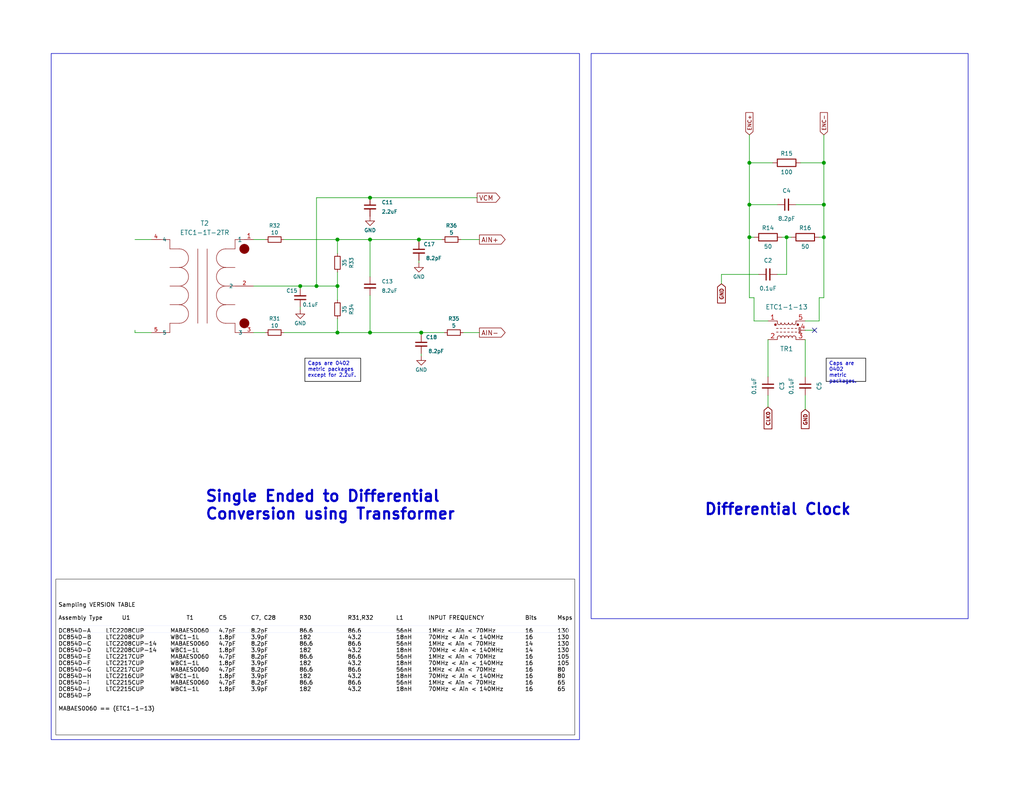
<source format=kicad_sch>
(kicad_sch (version 20231120) (generator "eeschema") (generator_version "8.0")
  (paper "USLetter")
  (title_block (title "XerxesSDR-Dual") (date "2025-04-28") (rev "0.0.1") (company "Dave Witten, KD0EAG; Tom  McDermott, N5EG; Franco Venturi, K4VZ") (comment 2 "[ A Minimalist Rework of HF-103 designed by Oskar Stella, ik1xpv ]") (comment 3 "Infineon/Cypress  FX3 DevKit and LTC2208 and Xilinx XC7-A35T ") (comment 4 "An initial work-in-progress design based on the based on the") (comment 5 "A development straw-man based on the based on the"))
  (lib_symbols
    (symbol "ClemSDR_Library:C_Small" (pin_numbers hide) (pin_names (offset 0.254) hide)
      (property "Reference" "C" (at 0.254 1.778 0))
      (property "Value" "C_Small" (at 0.254 -2.032 0))
      (symbol "C_Small_0_1"
        (polyline (pts (xy -1.524 -0.508) (xy 1.524 -0.508)) (stroke (width 0.3302)))
        (polyline (pts (xy -1.524 0.508) (xy 1.524 0.508)) (stroke (width 0.3048)))
      )
      (symbol "C_Small_1_1"
        (pin passive line (at 0 2.54 270) (length 2.032) (name "~") (number "1"))
        (pin passive line (at 0 -2.54 90) (length 2.032) (name "~") (number "2"))
      )
    )
    (symbol "ClemSDR_Library:R_Small" (pin_numbers hide) (pin_names (offset 0.254) hide)
      (property "Reference" "R" (at 0.762 0.508 0))
      (property "Value" "R_Small" (at 0.762 -1.016 0))
      (symbol "R_Small_0_1"
        (rectangle (start -0.762 1.778) (end 0.762 -1.778) (stroke (width 0.2032)))
      )
      (symbol "R_Small_1_1"
        (pin passive line (at 0 2.54 270) (length 0.762) (name "~") (number "1"))
        (pin passive line (at 0 -2.54 90) (length 0.762) (name "~") (number "2"))
      )
    )
    (symbol "Device:C_Small" (pin_numbers hide) (pin_names (offset 0.254) hide)
      (property "Reference" "C" (at 0.254 1.778 0))
      (property "Value" "C_Small" (at 0.254 -2.032 0))
      (symbol "C_Small_0_1"
        (polyline (pts (xy -1.524 -0.508) (xy 1.524 -0.508)) (stroke (width 0.3302)))
        (polyline (pts (xy -1.524 0.508) (xy 1.524 0.508)) (stroke (width 0.3048)))
      )
      (symbol "C_Small_1_1"
        (pin passive line (at 0 2.54 270) (length 2.032) (name "~") (number "1"))
        (pin passive line (at 0 -2.54 90) (length 2.032) (name "~") (number "2"))
      )
    )
    (symbol "Device:R" (pin_numbers hide) (pin_names (offset 0))
      (property "Reference" "R" (at 2.032 0 90))
      (property "Value" "R" (at 0 0 90))
      (symbol "R_0_1"
        (rectangle (start -1.016 -2.54) (end 1.016 2.54) (stroke (width 0.254)))
      )
      (symbol "R_1_1"
        (pin passive line (at 0 3.81 270) (length 1.27) (name "~") (number "1"))
        (pin passive line (at 0 -3.81 90) (length 1.27) (name "~") (number "2"))
      )
    )
    (symbol "ETC1-1T-2TR:ETC1-1T-2TR"
      (property "Reference" "T" (at 12.7 -12.7 0))
      (property "Value" "ETC1-1T-2TR" (at 6.35 -15.24 0))
      (symbol "ETC1-1T-2TR_0_1"
        (polyline (pts (xy 0 -10.16) (xy 0 -12.7)) (stroke (width 0.127)))
        (polyline (pts (xy 0 10.16) (xy 0 7.62)) (stroke (width 0.127)))
        (polyline (pts (xy 2.54 -10.16) (xy 0 -10.16)) (stroke (width 0.127)))
        (polyline (pts (xy 2.54 -7.62) (xy 2.54 -10.16)) (stroke (width 0.127)))
        (polyline (pts (xy 2.54 -2.54) (xy 22.86 -2.54)) (stroke (width 0.127)))
        (polyline (pts (xy 2.54 0) (xy 22.86 0)) (stroke (width 0.127)))
        (polyline (pts (xy 2.54 5.08) (xy 2.54 7.62)) (stroke (width 0.127)))
        (polyline (pts (xy 2.54 7.62) (xy 0 7.62)) (stroke (width 0.127)))
        (polyline (pts (xy 7.62 -7.62) (xy 7.62 -10.16)) (stroke (width 0.127)))
        (polyline (pts (xy 7.62 5.08) (xy 7.62 7.62)) (stroke (width 0.127)))
        (polyline (pts (xy 12.7 -7.62) (xy 12.7 -10.16)) (stroke (width 0.127)))
        (polyline (pts (xy 12.7 5.08) (xy 12.7 7.62)) (stroke (width 0.127)))
        (polyline (pts (xy 17.78 -7.62) (xy 17.78 -10.16)) (stroke (width 0.127)))
        (polyline (pts (xy 17.78 5.08) (xy 17.78 7.62)) (stroke (width 0.127)))
        (polyline (pts (xy 22.86 -10.16) (xy 25.4 -10.16)) (stroke (width 0.127)))
        (polyline (pts (xy 22.86 -7.62) (xy 22.86 -10.16)) (stroke (width 0.127)))
        (polyline (pts (xy 22.86 5.08) (xy 22.86 7.62)) (stroke (width 0.127)))
        (polyline (pts (xy 22.86 7.62) (xy 25.4 7.62)) (stroke (width 0.127)))
        (polyline (pts (xy 25.4 -12.7) (xy 25.4 -10.16)) (stroke (width 0.127)))
        (polyline (pts (xy 25.4 10.16) (xy 25.4 7.62)) (stroke (width 0.127)))
        (arc (start 2.54 5.08) (mid 5.08 2.551) (end 7.62 5.08) (stroke (width 0.127)))
        (arc (start 7.62 -7.62) (mid 5.08 -5.091) (end 2.54 -7.62) (stroke (width 0.127)))
        (arc (start 7.62 5.08) (mid 10.16 2.551) (end 12.7 5.08) (stroke (width 0.127)))
        (arc (start 12.7 -7.62) (mid 10.16 -5.091) (end 7.62 -7.62) (stroke (width 0.127)))
        (arc (start 12.7 5.08) (mid 15.24 2.551) (end 17.78 5.08) (stroke (width 0.127)))
        (arc (start 17.78 -7.62) (mid 15.24 -5.091) (end 12.7 -7.62) (stroke (width 0.127)))
        (arc (start 17.78 5.08) (mid 20.32 2.551) (end 22.86 5.08) (stroke (width 0.127)))
        (arc (start 22.86 -7.62) (mid 20.32 -5.091) (end 17.78 -7.62) (stroke (width 0.127)))
      )
      (symbol "ETC1-1T-2TR_1_1"
        (circle (center 2.54 10.16) (radius 1.27) (fill (type outline)))
        (circle (center 22.86 10.16) (radius 1.27) (fill (type outline)))
        (pin passive line (at 0 12.7 270) (length 2.54) (name "1") (number "1"))
        (pin passive line (at 12.7 12.7 270) (length 5.08) (name "2") (number "2"))
        (pin passive line (at 25.4 12.7 270) (length 2.54) (name "3") (number "3"))
        (pin passive line (at 0 -15.24 90) (length 2.54) (name "4") (number "4"))
        (pin passive line (at 25.4 -15.24 90) (length 2.54) (name "5") (number "5"))
      )
    )
    (symbol "Transformer:ETC1-1-13" (pin_names hide)
      (property "Reference" "TR" (at 0 3.81 0))
      (property "Value" "ETC1-1-13" (at 0 -3.81 0))
      (symbol "ETC1-1-13_0_0"
        (polyline (pts (xy 3.81 0.762) (xy 3.81 -0.762)))
        (text "Mounting" (at 3.429 0 900) (effects (font (size 0.254 0.254) (bold yes))))
      )
      (symbol "ETC1-1-13_1_1"
        (circle (center -3.048 1.524) (radius 0.254) (fill (type outline)))
        (arc (start -2.54 2.032) (mid -2.032 1.5262) (end -1.524 2.032))
        (arc (start -1.524 -2.032) (mid -2.032 -1.5262) (end -2.54 -2.032))
        (arc (start -1.524 2.032) (mid -1.016 1.5262) (end -0.508 2.032))
        (arc (start -0.508 -2.032) (mid -1.016 -1.5262) (end -1.524 -2.032))
        (arc (start -0.508 2.032) (mid 0 1.5262) (end 0.508 2.032))
        (polyline (pts (xy -2.794 -0.508) (xy -2.286 -0.508)))
        (polyline (pts (xy -2.794 0.508) (xy -2.286 0.508)))
        (polyline (pts (xy -2.54 -2.032) (xy -2.54 -2.54)))
        (polyline (pts (xy -2.54 2.032) (xy -2.54 2.54)))
        (polyline (pts (xy -1.778 -0.508) (xy -1.27 -0.508)))
        (polyline (pts (xy -1.778 0.508) (xy -1.27 0.508)))
        (polyline (pts (xy -0.762 -0.508) (xy -0.254 -0.508)))
        (polyline (pts (xy -0.762 0.508) (xy -0.254 0.508)))
        (polyline (pts (xy 0.254 -0.508) (xy 0.762 -0.508)))
        (polyline (pts (xy 0.254 0.508) (xy 0.762 0.508)))
        (polyline (pts (xy 1.27 -0.508) (xy 1.778 -0.508)))
        (polyline (pts (xy 1.27 0.508) (xy 1.778 0.508)))
        (polyline (pts (xy 2.286 -0.508) (xy 2.794 -0.508)))
        (polyline (pts (xy 2.286 0.508) (xy 2.794 0.508)))
        (polyline (pts (xy 2.54 -2.032) (xy 2.54 -2.54)))
        (polyline (pts (xy 2.54 2.54) (xy 2.54 2.032)))
        (arc (start 0.508 -2.032) (mid 0 -1.5262) (end -0.508 -2.032))
        (arc (start 0.508 2.032) (mid 1.016 1.5262) (end 1.524 2.032))
        (arc (start 1.524 -2.032) (mid 1.016 -1.5262) (end 0.508 -2.032))
        (arc (start 1.524 2.032) (mid 2.032 1.5262) (end 2.54 2.032))
        (arc (start 2.54 -2.032) (mid 2.032 -1.5262) (end 1.524 -2.032))
        (circle (center 3.048 1.524) (radius 0.254) (fill (type outline)))
        (pin passive line (at -5.08 2.54 0) (length 2.54) (name "~") (number "1"))
        (pin passive line (at -5.08 -2.54 0) (length 2.54) (name "~") (number "2"))
        (pin passive line (at 5.08 -2.54 180) (length 2.54) (name "~") (number "3"))
        (pin passive line (at 5.08 0 180) (length 1.27) (name "MP") (number "4"))
        (pin passive line (at 5.08 2.54 180) (length 2.54) (name "~") (number "5"))
      )
    )
    (symbol "power:GND" (power) (pin_names (offset 0))
      (property "Value" "GND" (at 0 -3.81 0))
      (symbol "GND_0_1"
        (polyline (pts (xy 0 0) (xy 0 -1.27) (xy 1.27 -1.27) (xy 0 -2.54) (xy -1.27 -1.27) (xy 0 -1.27)))
      )
      (symbol "GND_1_1"
        (pin power_in line (at 0 0 270) (length 0) hide (name "GND") (number "1"))
      )
    )
  )
  (junction (at 114.3 65.405))
  (junction (at 92.075 65.405))
  (junction (at 224.79 64.77))
  (junction (at 92.075 90.805))
  (junction (at 204.47 55.88))
  (junction (at 92.075 78.105))
  (junction (at 100.965 53.975))
  (junction (at 86.36 78.105))
  (junction (at 100.965 90.805))
  (junction (at 224.79 55.88))
  (junction (at 100.965 65.405))
  (junction (at 204.47 44.45))
  (junction (at 204.47 64.77))
  (junction (at 214.63 64.77))
  (junction (at 224.79 44.45))
  (junction (at 114.935 90.805))
  (junction (at 81.915 78.105))
  (no_connect (at 222.25 90.17))
  (wire (pts (xy 126.365 90.805) (xy 130.81 90.805)))
  (wire (pts (xy 77.47 65.405) (xy 92.075 65.405)))
  (wire (pts (xy 217.17 55.88) (xy 224.79 55.88)))
  (wire (pts (xy 224.79 44.45) (xy 224.79 55.88)))
  (wire (pts (xy 218.44 44.45) (xy 224.79 44.45)))
  (wire (pts (xy 209.55 107.95) (xy 209.55 111.125)))
  (wire (pts (xy 212.09 74.93) (xy 214.63 74.93)))
  (wire (pts (xy 114.3 65.405) (xy 114.3 66.04)))
  (wire (pts (xy 214.63 64.77) (xy 215.9 64.77)))
  (wire (pts (xy 86.36 53.975) (xy 100.965 53.975)))
  (wire (pts (xy 205.74 87.63) (xy 209.55 87.63)))
  (wire (pts (xy 81.915 78.105) (xy 86.36 78.105)))
  (wire (pts (xy 36.83 90.805) (xy 36.83 90.17)))
  (wire (pts (xy 205.74 81.28) (xy 204.47 81.28)))
  (wire (pts (xy 125.73 65.405) (xy 130.81 65.405)))
  (wire (pts (xy 219.71 107.95) (xy 219.71 111.76)))
  (wire (pts (xy 100.965 90.805) (xy 114.935 90.805)))
  (wire (pts (xy 86.36 78.105) (xy 86.36 53.975)))
  (wire (pts (xy 41.275 90.805) (xy 36.83 90.805)))
  (wire (pts (xy 209.55 92.71) (xy 209.55 102.87)))
  (wire (pts (xy 223.52 81.28) (xy 223.52 87.63)))
  (wire (pts (xy 36.83 65.405) (xy 41.275 65.405)))
  (wire (pts (xy 219.71 90.17) (xy 222.25 90.17)))
  (wire (pts (xy 100.965 65.405) (xy 100.965 75.565)))
  (wire (pts (xy 100.965 80.645) (xy 100.965 90.805)))
  (wire (pts (xy 114.935 96.52) (xy 114.935 97.155)))
  (wire (pts (xy 204.47 55.88) (xy 204.47 64.77)))
  (wire (pts (xy 223.52 87.63) (xy 219.71 87.63)))
  (wire (pts (xy 204.47 55.88) (xy 212.09 55.88)))
  (wire (pts (xy 92.075 78.105) (xy 92.075 81.915)))
  (wire (pts (xy 69.215 65.405) (xy 72.39 65.405)))
  (wire (pts (xy 92.075 65.405) (xy 92.075 69.215)))
  (wire (pts (xy 224.79 36.83) (xy 224.79 44.45)))
  (wire (pts (xy 204.47 64.77) (xy 205.74 64.77)))
  (wire (pts (xy 77.47 90.805) (xy 92.075 90.805)))
  (wire (pts (xy 204.47 64.77) (xy 204.47 81.28)))
  (wire (pts (xy 69.215 78.105) (xy 81.915 78.105)))
  (wire (pts (xy 223.52 64.77) (xy 224.79 64.77)))
  (wire (pts (xy 81.915 83.82) (xy 81.915 84.455)))
  (wire (pts (xy 100.965 53.975) (xy 130.175 53.975)))
  (wire (pts (xy 81.915 78.74) (xy 81.915 78.105)))
  (wire (pts (xy 114.3 71.12) (xy 114.3 71.755)))
  (wire (pts (xy 205.74 81.28) (xy 205.74 87.63)))
  (wire (pts (xy 114.935 90.805) (xy 114.935 91.44)))
  (wire (pts (xy 204.47 44.45) (xy 204.47 55.88)))
  (wire (pts (xy 100.965 65.405) (xy 114.3 65.405)))
  (wire (pts (xy 196.85 74.93) (xy 207.01 74.93)))
  (wire (pts (xy 92.075 65.405) (xy 100.965 65.405)))
  (wire (pts (xy 92.075 74.295) (xy 92.075 78.105)))
  (wire (pts (xy 224.79 81.28) (xy 223.52 81.28)))
  (wire (pts (xy 196.85 74.93) (xy 196.85 77.47)))
  (wire (pts (xy 213.36 64.77) (xy 214.63 64.77)))
  (wire (pts (xy 224.79 64.77) (xy 224.79 81.28)))
  (wire (pts (xy 204.47 36.83) (xy 204.47 44.45)))
  (wire (pts (xy 214.63 64.77) (xy 214.63 74.93)))
  (wire (pts (xy 92.075 90.805) (xy 100.965 90.805)))
  (wire (pts (xy 204.47 44.45) (xy 210.82 44.45)))
  (wire (pts (xy 86.36 78.105) (xy 92.075 78.105)))
  (wire (pts (xy 114.935 90.805) (xy 121.285 90.805)))
  (wire (pts (xy 114.3 65.405) (xy 120.65 65.405)))
  (wire (pts (xy 69.215 90.805) (xy 72.39 90.805)))
  (wire (pts (xy 224.79 55.88) (xy 224.79 64.77)))
  (wire (pts (xy 92.075 86.995) (xy 92.075 90.805)))
  (wire (pts (xy 219.71 92.71) (xy 219.71 102.87)))
  (rectangle (start 13.97 14.605) (end 158.115 201.93))
  (rectangle (start 15.24 158.115) (end 156.845 200.66) (stroke (width 0.1) (color 6 6 6 0.79)))
  (rectangle (start 161.29 14.605) (end 264.16 168.91))
  (rectangle (start 17.145 170.815) (end 154.94 172.72) (stroke (width 0) (color 237 240 255 1)))
  (text_box "Caps are 0402 metric packages except for 2.2uF." (at 83.185 97.79 0) (size 15.24 6.35) (stroke (width 0) (color 0 0 0 1)) (effects (font (size 1 1)) (justify left top)))
  (text_box "Caps are 0402 metric packages." (at 225.425 97.79 0) (size 10.795 6.35) (stroke (width 0) (color 0 0 0 1)) (effects (font (size 1 1)) (justify left top)))
  (text "Sampling VERSION TABLE\n										\nAssembly Type	U1				T1		C5		C7, C28		R30 		R31,R32		L1		INPUT FREQUENCY			Bits	Msps\n\nDC854D-A	LTC2208CUP		MABAES0060	4.7pF	8.2pF		86.6		86.6		56nH	1MHz < Ain < 70MHz		16		130\nDC854D-B	LTC2208CUP		WBC1-1L		1.8pF	3.9pF		182			43.2		18nH	70MHz < Ain < 140MHz	16		130\nDC854D-C	LTC2208CUP-14	MABAES0060	4.7pF	8.2pF		86.6		86.6		56nH	1MHz < Ain < 70MHz		14		130\nDC854D-D	LTC2208CUP-14	WBC1-1L		1.8pF	3.9pF		182			43.2		18nH	70MHz < Ain < 140MHz	14		130\nDC854D-E	LTC2217CUP		MABAES0060	4.7pF	8.2pF		86.6		86.6		56nH	1MHz < Ain < 70MHz		16		105\nDC854D-F	LTC2217CUP		WBC1-1L		1.8pF	3.9pF		182			43.2		18nH	70MHz < Ain < 140MHz	16		105\nDC854D-G	LTC2217CUP		MABAES0060	4.7pF	8.2pF		86.6		86.6		56nH	1MHz < Ain < 70MHz		16		80\nDC854D-H	LTC2216CUP		WBC1-1L		1.8pF	3.9pF		182			43.2		18nH	70MHz < Ain < 140MHz	16		80\nDC854D-i	LTC2215CUP		MABAES0060	4.7pF	8.2pF		86.6		86.6		56nH	1MHz < Ain < 70MHz		16		65\nDC854D-J	LTC2215CUP		WBC1-1L		1.8pF	3.9pF		182			43.2		18nH	70MHz < Ain < 140MHz	16		65\nDC854D-P										\n\nMABAES0060 == (ETC1-1-13)" (at 15.875 194.31 0) (effects (font (size 1.1 1.1)) (justify left bottom)))
  (text "Differential Clock" (at 232.41 140.97 0) (effects (font (size 3 3) (thickness 0.6) (bold yes)) (justify right bottom)))
  (text "Single Ended to Differential\nConversion using Transformer" (at 55.88 142.24 0) (effects (font (size 3 3) (thickness 0.6) (bold yes)) (justify left bottom)))
  (global_label "CLK0" (shape input) (at 209.55 111.125 270) (effects (font (size 1 1) (thickness 0.2) (bold yes))) (property "Intersheetrefs" "${INTERSHEET_REFS}" (at 209.55 117.6122 90) (effects (justify right))))
  (global_label "ENC-" (shape input) (at 224.79 36.83 90) (effects (font (size 1 1))) (property "Intersheetrefs" "${INTERSHEET_REFS}" (at 224.79 30.2892 90) (effects (justify left))))
  (global_label "GND" (shape input) (at 196.85 77.47 270) (effects (font (size 1 1) (bold yes))) (property "Intersheetrefs" "${INTERSHEET_REFS}" (at 196.85 83.2429 90) (effects (justify right))))
  (global_label "AIN-" (shape output) (at 130.81 90.805 0) (property "Intersheetrefs" "${INTERSHEET_REFS}" (at 138.3915 90.805 0) (effects (justify left))))
  (global_label "AIN+" (shape output) (at 130.81 65.405 0) (property "Intersheetrefs" "${INTERSHEET_REFS}" (at 138.3915 65.405 0) (effects (justify left))))
  (global_label "GND" (shape input) (at 219.71 111.76 270) (effects (font (size 1 1) (bold yes))) (property "Intersheetrefs" "${INTERSHEET_REFS}" (at 219.71 117.5329 90) (effects (justify right))))
  (global_label "ENC+" (shape input) (at 204.47 36.83 90) (effects (font (size 1 1))) (property "Intersheetrefs" "${INTERSHEET_REFS}" (at 204.47 30.2892 90) (effects (justify left))))
  (global_label "VCM" (shape output) (at 130.175 53.975 0) (property "Intersheetrefs" "${INTERSHEET_REFS}" (at 136.9702 53.975 0) (effects (justify left))))
  (symbol (lib_id "ClemSDR_Library:R_Small") (at 92.075 71.755 180) (unit 1)
    (property "Reference" "R33" (at 95.885 71.755 90) (effects (font (size 1 1))))
    (property "Value" "35" (at 93.98 71.755 90) (effects (font (size 1 1))))
    (property "Footprint" "Resistor_SMD:R_0603_1608Metric" (effects (hide yes)))
  )
  (symbol (lib_id "ClemSDR_Library:R_Small") (at 123.825 90.805 270) (unit 1)
    (property "Reference" "R35" (at 123.825 86.995 90) (effects (font (size 1 1))))
    (property "Value" "5" (at 123.825 88.9 90) (effects (font (size 1 1))))
    (property "Footprint" "Resistor_SMD:R_0603_1608Metric" (effects (hide yes)))
  )
  (symbol (lib_id "power:GND") (at 81.915 84.455 0) (unit 1)
    (property "Reference" "#PWR01" (effects (hide yes)))
    (property "Value" "GND" (at 81.915 88.265 0) (effects (font (size 1 1))))
  )
  (symbol (lib_id "Device:R") (at 209.55 64.77 90) (unit 1)
    (property "Reference" "R14" (at 209.55 62.23 90) (effects (font (size 1.1 1.1))))
    (property "Value" "50" (at 209.55 67.31 90) (effects (font (size 1.1 1.1))))
    (property "Footprint" "Resistor_SMD:R_0603_1608Metric" (effects (hide yes)))
  )
  (symbol (lib_id "ETC1-1T-2TR:ETC1-1T-2TR") (at 56.515 65.405 270) (unit 1)
    (property "Reference" "T2" (at 55.8482 60.96 90))
    (property "Value" "ETC1-1T-2TR" (at 55.8482 63.5 90))
    (property "Footprint" "E_SERIES_1" (effects (hide yes)))
    (property "Datasheet" "https://datasheet.datasheetarchive.com/originals/distributors/Datasheets_SAMA/85d3f36e6ccd244b2f23e0daa3d02a86.pdf" (effects (hide yes)))
    (property "Mouser Part Number" "937-ETC1-1T-2" (effects (hide yes)))
    (property "Mouser Price/Stock" "https://www.mouser.co.uk/ProductDetail/MACOM/ETC1-1T-2TR?qs=Z9twEOuL%252B%2FJJqd2fxpSi6w%3D%3D" (effects (hide yes)))
    (property "Manufacturer_Name" "MACOM" (effects (hide yes)))
    (property "Manufacturer_Part_Number" "ETC1-1T-2TR" (effects (hide yes)))
  )
  (symbol (lib_id "power:GND") (at 114.3 71.755 0) (unit 1)
    (property "Reference" "#PWR03" (effects (hide yes)))
    (property "Value" "GND" (at 114.3 75.565 0) (effects (font (size 1 1))))
  )
  (symbol (lib_id "ClemSDR_Library:C_Small") (at 100.965 56.515 0) (unit 1)
    (property "Reference" "C11" (at 104.14 55.2512 0) (effects (font (size 1 1)) (justify left)))
    (property "Value" "2.2uF" (at 104.14 57.7912 0) (effects (font (size 1 1)) (justify left)))
    (property "Footprint" "Capacitor_SMD:C_0603_1608Metric" (effects (hide yes)))
  )
  (symbol (lib_id "Device:C_Small") (at 209.55 105.41 0) (unit 1)
    (property "Reference" "C3" (at 213.36 105.41 90) (effects (font (size 1.1 1.1))))
    (property "Value" "0.1uF" (at 205.74 105.41 90) (effects (font (size 1.1 1.1))))
    (property "Footprint" "Capacitor_SMD:C_0402_1005Metric" (effects (hide yes)))
    (instances (project "ClemSDR-Min_Modules_v4 (bis).kicad_pro" (path "" (reference "C3") (unit 1))) (project "HF103-redux" (path "" (reference "C19") (unit 1)) (path "" (reference "C51") (unit 1))))
  )
  (symbol (lib_id "power:GND") (at 114.935 97.155 0) (unit 1)
    (property "Reference" "#PWR04" (effects (hide yes)))
    (property "Value" "GND" (at 114.935 100.965 0) (effects (font (size 1 1))))
  )
  (symbol (lib_id "ClemSDR_Library:R_Small") (at 74.93 90.805 270) (unit 1)
    (property "Reference" "R31" (at 74.93 86.995 90) (effects (font (size 1 1))))
    (property "Value" "10" (at 74.93 88.9 90) (effects (font (size 1 1))))
    (property "Footprint" "Resistor_SMD:R_0603_1608Metric" (effects (hide yes)))
  )
  (symbol (lib_id "Device:R") (at 219.71 64.77 90) (unit 1)
    (property "Reference" "R16" (at 219.71 62.23 90) (effects (font (size 1.1 1.1))))
    (property "Value" "50" (at 219.71 67.31 90) (effects (font (size 1.1 1.1))))
    (property "Footprint" "Resistor_SMD:R_0603_1608Metric" (effects (hide yes)))
    (instances (project "ClemSDR-Min_Modules_v4 (bis).kicad_pro" (path "" (reference "R16") (unit 1))) (project "HF103-redux" (path "" (reference "R15") (unit 1))))
  )
  (symbol (lib_id "Device:R") (at 214.63 44.45 90) (unit 1)
    (property "Reference" "R15" (at 214.63 41.91 90) (effects (font (size 1.1 1.1))))
    (property "Value" "100" (at 214.63 46.99 90) (effects (font (size 1.1 1.1))))
    (property "Footprint" "Resistor_SMD:R_0603_1608Metric" (effects (hide yes)))
    (instances (project "ClemSDR-Min_Modules_v4 (bis).kicad_pro" (path "" (reference "R15") (unit 1))) (project "HF103-redux" (path "" (reference "R16") (unit 1))))
  )
  (symbol (lib_id "ClemSDR_Library:C_Small") (at 100.965 78.105 0) (unit 1)
    (property "Reference" "C13" (at 104.14 76.8412 0) (effects (font (size 1 1)) (justify left)))
    (property "Value" "8.2uF" (at 104.14 79.3812 0) (effects (font (size 1 1)) (justify left)))
    (property "Footprint" "Capacitor_SMD:C_0402_1005Metric" (effects (hide yes)))
  )
  (symbol (lib_id "ClemSDR_Library:C_Small") (at 81.915 81.28 180) (unit 1)
    (property "Reference" "C15" (at 78.105 79.375 0) (effects (font (size 1 1)) (justify right)))
    (property "Value" "0.1uF" (at 82.55 83.185 0) (effects (font (size 1 1)) (justify right)))
    (property "Footprint" "Capacitor_SMD:C_0402_1005Metric" (effects (hide yes)))
  )
  (symbol (lib_id "ClemSDR_Library:C_Small") (at 114.935 93.98 0) (unit 1)
    (property "Reference" "C18" (at 116.205 92.075 0) (effects (font (size 1 1)) (justify left)))
    (property "Value" "8.2pF" (at 116.84 95.885 0) (effects (font (size 1 1)) (justify left)))
    (property "Footprint" "Capacitor_SMD:C_0402_1005Metric" (effects (hide yes)))
  )
  (symbol (lib_id "ClemSDR_Library:R_Small") (at 123.19 65.405 270) (unit 1)
    (property "Reference" "R36" (at 123.19 61.595 90) (effects (font (size 1 1))))
    (property "Value" "5" (at 123.19 63.5 90) (effects (font (size 1 1))))
    (property "Footprint" "Resistor_SMD:R_0603_1608Metric" (effects (hide yes)))
  )
  (symbol (lib_id "ClemSDR_Library:C_Small") (at 114.3 68.58 0) (unit 1)
    (property "Reference" "C17" (at 115.57 66.675 0) (effects (font (size 1 1)) (justify left)))
    (property "Value" "8.2pF" (at 116.205 70.485 0) (effects (font (size 1 1)) (justify left)))
    (property "Footprint" "Capacitor_SMD:C_0402_1005Metric" (effects (hide yes)))
  )
  (symbol (lib_id "ClemSDR_Library:R_Small") (at 92.075 84.455 180) (unit 1)
    (property "Reference" "R34" (at 95.885 84.455 90) (effects (font (size 1 1))))
    (property "Value" "35" (at 93.98 84.455 90) (effects (font (size 1 1))))
    (property "Footprint" "Resistor_SMD:R_0201_0603Metric" (effects (hide yes)))
  )
  (symbol (lib_id "Device:C_Small") (at 219.71 105.41 0) (unit 1)
    (property "Reference" "C5" (at 223.52 105.41 90) (effects (font (size 1.1 1.1))))
    (property "Value" "0.1uF" (at 215.9 105.41 90) (effects (font (size 1.1 1.1))))
    (property "Footprint" "Capacitor_SMD:C_0402_1005Metric" (effects (hide yes)))
    (instances (project "ClemSDR-Min_Modules_v4 (bis).kicad_pro" (path "" (reference "C5") (unit 1))) (project "HF103-redux" (path "" (reference "C19") (unit 1)) (path "" (reference "C18") (unit 1))))
  )
  (symbol (lib_id "ClemSDR_Library:R_Small") (at 74.93 65.405 270) (unit 1)
    (property "Reference" "R32" (at 74.93 61.595 90) (effects (font (size 1 1))))
    (property "Value" "10" (at 74.93 63.5 90) (effects (font (size 1 1))))
    (property "Footprint" "Resistor_SMD:R_0603_1608Metric" (effects (hide yes)))
  )
  (symbol (lib_id "Transformer:ETC1-1-13") (at 214.63 90.17 0) (unit 1)
    (property "Reference" "TR1" (at 214.63 95.25 0))
    (property "Value" "ETC1-1-13" (at 214.63 83.82 0))
    (property "Footprint" "Transformer_SMD:Transformer_MACOM_SM-22" (effects (hide yes)))
    (property "Datasheet" "https://cdn.macom.com/datasheets/ETC1-1-13.pdf" (effects (hide yes)))
  )
  (symbol (lib_id "Device:C_Small") (at 214.63 55.88 90) (unit 1)
    (property "Reference" "C4" (at 214.63 52.07 90) (effects (font (size 1.1 1.1))))
    (property "Value" "8.2pF" (at 214.63 59.69 90) (effects (font (size 1.1 1.1))))
    (property "Footprint" "Capacitor_SMD:C_0603_1608Metric" (effects (hide yes)))
    (instances (project "ClemSDR-Min_Modules_v4 (bis).kicad_pro" (path "" (reference "C4") (unit 1))) (project "HF103-redux" (path "" (reference "C19") (unit 1)) (path "" (reference "C48") (unit 1))))
  )
  (symbol (lib_id "power:GND") (at 100.965 59.055 0) (unit 1)
    (property "Reference" "#PWR02" (effects (hide yes)))
    (property "Value" "GND" (at 100.965 62.865 0) (effects (font (size 1 1))))
  )
  (symbol (lib_id "Device:C_Small") (at 209.55 74.93 90) (unit 1)
    (property "Reference" "C2" (at 209.55 71.12 90) (effects (font (size 1.1 1.1))))
    (property "Value" "0.1uF" (at 209.55 78.74 90) (effects (font (size 1.1 1.1))))
    (property "Footprint" "Capacitor_SMD:C_0402_1005Metric" (effects (hide yes)))
    (instances (project "ClemSDR-Min_Modules_v4 (bis).kicad_pro" (path "" (reference "C2") (unit 1))) (project "HF103-redux" (path "" (reference "C19") (unit 1)) (path "" (reference "C49") (unit 1))))
  )
)
</source>
